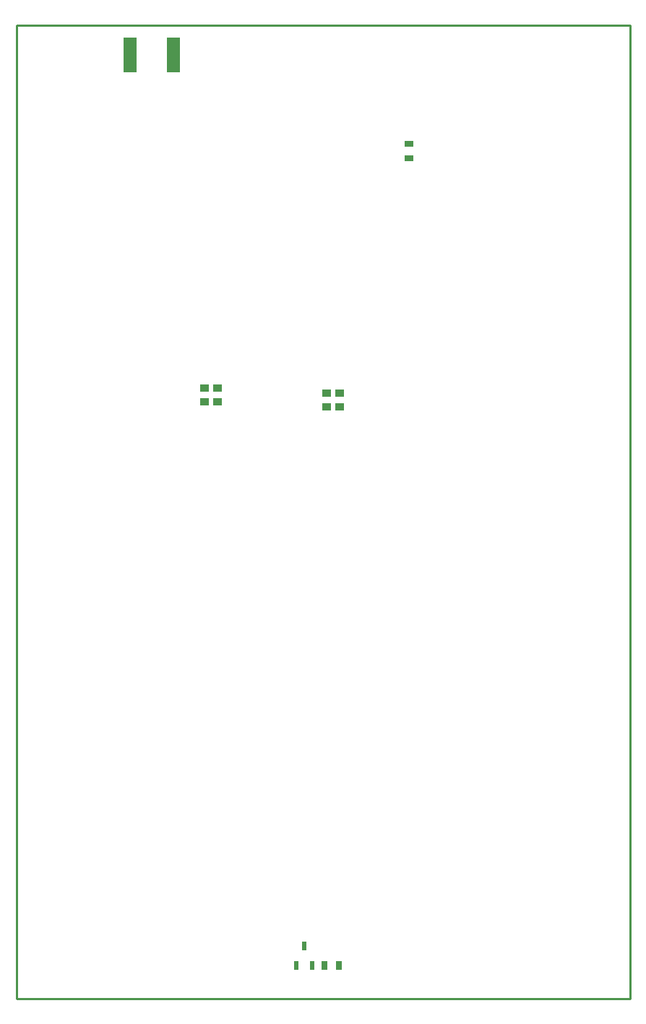
<source format=gbp>
G04*
G04 #@! TF.GenerationSoftware,Altium Limited,Altium Designer,18.1.7 (191)*
G04*
G04 Layer_Color=128*
%FSLAX25Y25*%
%MOIN*%
G70*
G01*
G75*
%ADD14C,0.01000*%
%ADD43R,0.03937X0.03150*%
%ADD45R,0.05984X0.15984*%
%ADD59R,0.03937X0.03740*%
%ADD66R,0.03150X0.03937*%
%ADD139R,0.02362X0.03937*%
D14*
X28500Y-500D02*
Y448500D01*
Y-500D02*
X28800D01*
X311500D01*
X311500Y448500D02*
X311500Y-500D01*
X28500Y448500D02*
X311500D01*
D43*
X209500Y387154D02*
D03*
Y393847D02*
D03*
D45*
X101000Y434642D02*
D03*
X81000D02*
D03*
D59*
X121100Y274850D02*
D03*
X121100Y281150D02*
D03*
X177700Y278650D02*
D03*
Y272350D02*
D03*
X115100Y274850D02*
D03*
Y281150D02*
D03*
X171700Y278650D02*
D03*
Y272350D02*
D03*
D66*
X177146Y14800D02*
D03*
X170454Y14800D02*
D03*
D139*
X165040Y14773D02*
D03*
X157560Y14772D02*
D03*
X161300Y23828D02*
D03*
M02*

</source>
